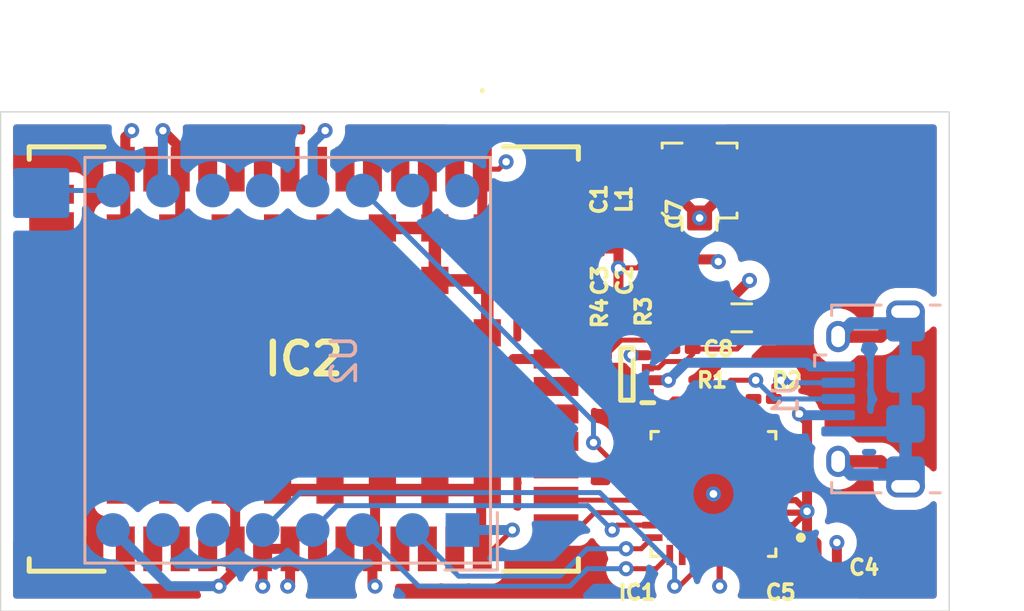
<source format=kicad_pcb>
(kicad_pcb (version 20241229) (generator "pcbnew") (generator_version "9.0")
  (layers (0 "F.Cu" signal) (4 "In1.Cu" signal) (6 "In2.Cu" signal) (2 "B.Cu" signal) (13 "F.Paste" user) (15 "B.Paste" user) (5 "F.SilkS" user "F.Silkscreen") (7 "B.SilkS" user "B.Silkscreen") (1 "F.Mask" user) (3 "B.Mask" user) (25 "Edge.Cuts" user))
  (net 0 "")
  (net 21 "+3.3V")
  (net 22 "GND")
  (net 25 "USB+")
  (net 26 "+5V")
  (net 69 "Net-(J1-D+)")
  (net 70 "Net-(J1-D-)")
  (net 71 "ANTFRM")
  (net 73 "USB-")
  (net 74 "GPSRX")
  (net 75 "GPSTX")
  (net 76 "SPI_MISO")
  (net 77 "SPI_MOSI")
  (net 78 "SPI_DIO0")
  (net 79 "SPI_NSS")
  (net 80 "SPI_SCK")
  (net 81 "ANT_BIAS")
  (net 82 "/ANTGPS")
  (net 83 "/ANTUM980")
  (net 84 "Net-(IC3-BST)")
  (net 85 "Net-(IC3-SW)")
  (net 87 "Net-(IC3-FB)")
  (footprint "Capacitor_SMD:C_0201_0603Metric_Pad0.64x0.40mm_HandSolder" (layer "F.Cu") (at 193.5675 65.5 180)
    (property "Reference" "C8" (at -1.4325 0 0) (layer "F.SilkS") (effects (font (size 0.6 0.6))))
    (property "Value" "0.1uF" (hide yes))
    (pad "1" smd roundrect (at -0.4075 0 180) (size 0.635 0.4) (layers "F.Cu" "F.Mask") (net 85 "Net-(IC3-SW)"))
    (pad "2" smd roundrect (at 0.4075 0 180) (size 0.635 0.4) (layers "F.Cu" "F.Mask") (net 84 "Net-(IC3-BST)"))
  )
  (footprint "Capacitor_SMD:C_0201_0603Metric_Pad0.64x0.40mm_HandSolder" (layer "F.Cu") (at 191 61.0675 90)
    (property "Reference" "C2" (at -1.6825 0.25 90) (layer "F.SilkS") (effects (font (size 0.6 0.6))))
    (property "Value" "100pF" (hide yes))
    (pad "1" smd roundrect (at -0.4075 0 90) (size 0.635 0.4) (layers "F.Cu" "F.Mask") (net 22 "GND"))
    (pad "2" smd roundrect (at 0.4075 0 90) (size 0.635 0.4) (layers "F.Cu" "F.Mask") (net 81 "ANT_BIAS"))
  )
  (footprint "Resistor_SMD:R_0201_0603Metric_Pad0.64x0.40mm_HandSolder" (layer "F.Cu") (at 192.75 64.1575 90)
    (property "Reference" "R3" (at 0.1575 -0.75 90) (layer "F.SilkS") (effects (font (size 0.6 0.6))))
    (property "Value" "100k" (hide yes))
    (pad "1" smd roundrect (at -0.4075 0 90) (size 0.635 0.4) (layers "F.Cu" "F.Mask") (net 87 "Net-(IC3-FB)"))
    (pad "2" smd roundrect (at 0.4075 0 90) (size 0.635 0.4) (layers "F.Cu" "F.Mask") (net 21 "+3.3V"))
  )
  (footprint "SamacSys_Parts:UM980" (layer "F.Cu") (at 178.395 65.9 180)
    (property "Reference" "IC2" (at 0 0 0) (layer "F.SilkS") (effects (font (size 1.27 1.27) (thickness 0.254))))
    (property "Value" "UM980" (hide yes))
    (fp_line (start 11 8.5) (end 11 8) (stroke (width 0.2)) (layer "F.SilkS"))
    (fp_line (start 11 -8.5) (end 11 -8) (stroke (width 0.2)) (layer "F.SilkS"))
    (fp_line (start 8 8.5) (end 11 8.5) (stroke (width 0.2)) (layer "F.SilkS"))
    (fp_line (start 8 -8.5) (end 11 -8.5) (stroke (width 0.2)) (layer "F.SilkS"))
    (fp_line (start -7.15 10.8) (end -7.15 10.8) (stroke (width 0.1)) (layer "F.SilkS"))
    (fp_line (start -7.15 10.7) (end -7.15 10.7) (stroke (width 0.1)) (layer "F.SilkS"))
    (fp_line (start -8 -8.5) (end -11 -8.5) (stroke (width 0.2)) (layer "F.SilkS"))
    (fp_line (start -11 8.5) (end -8 8.5) (stroke (width 0.2)) (layer "F.SilkS"))
    (fp_line (start -11 8) (end -11 8.5) (stroke (width 0.2)) (layer "F.SilkS"))
    (fp_line (start -11 -8.5) (end -11 -8) (stroke (width 0.2)) (layer "F.SilkS"))
    (fp_arc (start -7.15 10.8) (mid -7.2 10.75) (end -7.15 10.7) (stroke (width 0.1)) (layer "F.SilkS"))
    (fp_arc (start -7.15 10.7) (mid -7.1 10.75) (end -7.15 10.8) (stroke (width 0.1)) (layer "F.SilkS"))
    (pad "1" smd rect (at -7.15 7.605 180) (size 0.76 1.79) (layers "F.Cu" "F.Mask" "F.Paste") (net 22 "GND"))
    (pad "2" smd rect (at -6.05 7.605 180) (size 0.76 1.79) (layers "F.Cu" "F.Mask" "F.Paste") (net 83 "/ANTUM980"))
    (pad "3" smd rect (at -4.95 7.605 180) (size 0.76 1.79) (layers "F.Cu" "F.Mask" "F.Paste") (net 22 "GND"))
    (pad "4" smd rect (at -3.865 7.605 180) (size 0.73 1.79) (layers "F.Cu" "F.Mask" "F.Paste"))
    (pad "5" smd rect (at -2.75 7.605 180) (size 0.76 1.79) (layers "F.Cu" "F.Mask" "F.Paste"))
    (pad "6" smd rect (at -1.65 7.605 180) (size 0.76 1.79) (layers "F.Cu" "F.Mask" "F.Paste"))
    (pad "7" smd rect (at -0.55 7.605 180) (size 0.76 1.79) (layers "F.Cu" "F.Mask" "F.Paste"))
    (pad "8" smd rect (at 0.55 7.605 180) (size 0.76 1.79) (layers "F.Cu" "F.Mask" "F.Paste"))
    (pad "9" smd rect (at 1.635 7.605 180) (size 0.73 1.79) (layers "F.Cu" "F.Mask" "F.Paste"))
    (pad "10" smd rect (at 2.75 7.605 180) (size 0.76 1.79) (layers "F.Cu" "F.Mask" "F.Paste"))
    (pad "11" smd rect (at 3.85 7.605 180) (size 0.76 1.79) (layers "F.Cu" "F.Mask" "F.Paste"))
    (pad "12" smd rect (at 4.95 7.605 180) (size 0.76 1.79) (layers "F.Cu" "F.Mask" "F.Paste") (net 22 "GND"))
    (pad "13" smd rect (at 6.05 7.605 180) (size 0.76 1.79) (layers "F.Cu" "F.Mask" "F.Paste"))
    (pad "14" smd rect (at 7.15 7.605 180) (size 0.76 1.79) (layers "F.Cu" "F.Mask" "F.Paste") (net 22 "GND"))
    (pad "15" smd rect (at 10.105 6.6 270) (size 0.76 1.79) (layers "F.Cu" "F.Mask" "F.Paste"))
    (pad "16" smd rect (at 10.105 5.5 270) (size 0.76 1.79) (layers "F.Cu" "F.Mask" "F.Paste"))
    (pad "17" smd rect (at 10.105 4.4 270) (size 0.76 1.79) (layers "F.Cu" "F.Mask" "F.Paste"))
    (pad "18" smd rect (at 10.105 3.3 270) (size 0.76 1.79) (layers "F.Cu" "F.Mask" "F.Paste"))
    (pad "19" smd rect (at 10.105 2.2 270) (size 0.76 1.79) (layers "F.Cu" "F.Mask" "F.Paste"))
    (pad "20" smd rect (at 10.105 1.11 270) (size 0.78 1.79) (layers "F.Cu" "F.Mask" "F.Paste"))
    (pad "21" smd rect (at 10.105 0 270) (size 0.76 1.79) (layers "F.Cu" "F.Mask" "F.Paste"))
    (pad "22" smd rect (at 10.105 -1.1 270) (size 0.76 1.79) (layers "F.Cu" "F.Mask" "F.Paste"))
    (pad "23" smd rect (at 10.105 -2.2 270) (size 0.76 1.79) (layers "F.Cu" "F.Mask" "F.Paste"))
    (pad "24" smd rect (at 10.105 -3.3 270) (size 0.76 1.79) (layers "F.Cu" "F.Mask" "F.Paste"))
    (pad "25" smd rect (at 10.105 -4.4 270) (size 0.76 1.79) (layers "F.Cu" "F.Mask" "F.Paste"))
    (pad "26" smd rect (at 10.105 -5.5 270) (size 0.76 1.79) (layers "F.Cu" "F.Mask" "F.Paste"))
    (pad "27" smd rect (at 10.105 -6.6 270) (size 0.76 1.79) (layers "F.Cu" "F.Mask" "F.Paste"))
    (pad "28" smd rect (at 7.15 -7.605 180) (size 0.76 1.79) (layers "F.Cu" "F.Mask" "F.Paste"))
    (pad "29" smd rect (at 6.05 -7.605 180) (size 0.76 1.79) (layers "F.Cu" "F.Mask" "F.Paste"))
    (pad "30" smd rect (at 4.95 -7.605 180) (size 0.76 1.79) (layers "F.Cu" "F.Mask" "F.Paste"))
    (pad "31" smd rect (at 3.85 -7.605 180) (size 0.76 1.79) (layers "F.Cu" "F.Mask" "F.Paste"))
    (pad "32" smd rect (at 2.75 -7.605 180) (size 0.76 1.79) (layers "F.Cu" "F.Mask" "F.Paste") (net 22 "GND"))
    (pad "33" smd rect (at 1.65 -7.605 180) (size 0.76 1.79) (layers "F.Cu" "F.Mask" "F.Paste") (net 21 "+3.3V"))
    (pad "34" smd rect (at 0.55 -7.605 180) (size 0.76 1.79) (layers "F.Cu" "F.Mask" "F.Paste") (net 21 "+3.3V"))
    (pad "35" smd rect (at -0.55 -7.605 180) (size 0.76 1.79) (layers "F.Cu" "F.Mask" "F.Paste"))
    (pad "36" smd rect (at -1.65 -7.605 180) (size 0.76 1.79) (layers "F.Cu" "F.Mask" "F.Paste"))
    (pad "37" smd rect (at -2.75 -7.605 180) (size 0.76 1.79) (layers "F.Cu" "F.Mask" "F.Paste") (net 22 "GND"))
    (pad "38" smd rect (at -3.85 -7.605 180) (size 0.76 1.79) (layers "F.Cu" "F.Mask" "F.Paste"))
    (pad "39" smd rect (at -4.95 -7.605 180) (size 0.76 1.79) (layers "F.Cu" "F.Mask" "F.Paste"))
    (pad "40" smd rect (at -6.05 -7.605 180) (size 0.76 1.79) (layers "F.Cu" "F.Mask" "F.Paste"))
    (pad "41" smd rect (at -7.15 -7.605 180) (size 0.76 1.79) (layers "F.Cu" "F.Mask" "F.Paste") (net 22 "GND"))
    (pad "42" smd rect (at -10.105 -6.6 270) (size 0.76 1.79) (layers "F.Cu" "F.Mask" "F.Paste") (net 75 "GPSTX"))
    (pad "43" smd rect (at -10.105 -5.5 270) (size 0.76 1.79) (layers "F.Cu" "F.Mask" "F.Paste") (net 74 "GPSRX"))
    (pad "44" smd rect (at -10.105 -4.4 270) (size 0.76 1.79) (layers "F.Cu" "F.Mask" "F.Paste"))
    (pad "45" smd rect (at -10.105 -3.3 270) (size 0.76 1.79) (layers "F.Cu" "F.Mask" "F.Paste"))
    (pad "46" smd rect (at -10.105 -2.2 270) (size 0.76 1.79) (layers "F.Cu" "F.Mask" "F.Paste"))
    (pad "47" smd rect (at -10.105 -1.1 270) (size 0.76 1.79) (layers "F.Cu" "F.Mask" "F.Paste"))
    (pad "48" smd rect (at -10.105 0 270) (size 0.76 1.79) (layers "F.Cu" "F.Mask" "F.Paste") (net 22 "GND"))
    (pad "49" smd rect (at -10.105 1.1 270) (size 0.76 1.79) (layers "F.Cu" "F.Mask" "F.Paste"))
    (pad "50" smd rect (at -10.105 2.2 270) (size 0.76 1.79) (layers "F.Cu" "F.Mask" "F.Paste"))
    (pad "51" smd rect (at -10.105 3.3 270) (size 0.76 1.79) (layers "F.Cu" "F.Mask" "F.Paste"))
    (pad "52" smd rect (at -10.105 4.4 270) (size 0.76 1.79) (layers "F.Cu" "F.Mask" "F.Paste"))
    (pad "53" smd rect (at -10.105 5.5 270) (size 0.76 1.79) (layers "F.Cu" "F.Mask" "F.Paste"))
    (pad "54" smd rect (at -10.105 6.6 270) (size 0.76 1.79) (layers "F.Cu" "F.Mask" "F.Paste"))
    (pad "55" smd rect (at -7.35 5.25 270) (size 1.09 1.09) (layers "F.Cu" "F.Mask" "F.Paste") (net 22 "GND"))
    (pad "56" smd rect (at -5.25 5.25 270) (size 1.09 1.09) (layers "F.Cu" "F.Mask" "F.Paste") (net 22 "GND"))
    (pad "57" smd rect (at -3.15 5.25 270) (size 1.09 1.09) (layers "F.Cu" "F.Mask" "F.Paste") (net 22 "GND"))
    (pad "58" smd rect (at -1.05 5.25 270) (size 1.09 1.09) (layers "F.Cu" "F.Mask" "F.Paste") (net 22 "GND"))
    (pad "59" smd rect (at 1.05 5.25 270) (size 1.09 1.09) (layers "F.Cu" "F.Mask" "F.Paste") (net 22 "GND"))
    (pad "60" smd rect (at 3.15 5.25 270) (size 1.09 1.09) (layers "F.Cu" "F.Mask" "F.Paste") (net 22 "GND"))
    (pad "61" smd rect (at 5.25 5.25 270) (size 1.09 1.09) (layers "F.Cu" "F.Mask" "F.Paste") (net 22 "GND"))
    (pad "62" smd rect (at 7.35 5.25 270) (size 1.09 1.09) (layers "F.Cu" "F.Mask" "F.Paste") (net 22 "GND"))
    (pad "63" smd rect (at -7.35 3.15 270) (size 1.09 1.09) (layers "F.Cu" "F.Mask" "F.Paste") (net 22 "GND"))
    (pad "64" smd rect (at -5.25 3.15 270) (size 1.09 1.09) (layers "F.Cu" "F.Mask" "F.Paste") (net 22 "GND"))
    (pad "65" smd rect (at -3.15 3.15 270) (size 1.09 1.09) (layers "F.Cu" "F.Mask" "F.Paste") (net 22 "GND"))
    (pad "66" smd rect (at -1.05 3.15 270) (size 1.09 1.09) (layers "F.Cu" "F.Mask" "F.Paste") (net 22 "GND"))
    (pad "67" smd rect (at 1.05 3.15 270) (size 1.09 1.09) (layers "F.Cu" "F.Mask" "F.Paste") (net 22 "GND"))
    (pad "68" smd rect (at 3.15 3.15 270) (size 1.09 1.09) (layers "F.Cu" "F.Mask" "F.Paste") (net 22 "GND"))
    (pad "69" smd rect (at 5.25 3.15 270) (size 1.09 1.09) (layers "F.Cu" "F.Mask" "F.Paste") (net 22 "GND"))
    (pad "70" smd rect (at 7.35 3.15 270) (size 1.09 1.09) (layers "F.Cu" "F.Mask" "F.Paste") (net 22 "GND"))
    (pad "71" smd rect (at -7.35 1.05 270) (size 1.09 1.09) (layers "F.Cu" "F.Mask" "F.Paste") (net 22 "GND"))
    (pad "72" smd rect (at -5.25 1.05 270) (size 1.09 1.09) (layers "F.Cu" "F.Mask" "F.Paste") (net 22 "GND"))
    (pad "73" smd rect (at -3.15 1.05 270) (size 1.09 1.09) (layers "F.Cu" "F.Mask" "F.Paste") (net 22 "GND"))
    (pad "74" smd rect (at -1.05 1.05 270) (size 1.09 1.09) (layers "F.Cu" "F.Mask" "F.Paste") (net 22 "GND"))
    (pad "75" smd rect (at 1.05 1.05 270) (size 1.09 1.09) (layers "F.Cu" "F.Mask" "F.Paste") (net 22 "GND"))
    (pad "76" smd rect (at 3.15 1.05 270) (size 1.09 1.09) (layers "F.Cu" "F.Mask" "F.Paste") (net 22 "GND"))
    (pad "77" smd rect (at 5.25 1.05 270) (size 1.09 1.09) (layers "F.Cu" "F.Mask" "F.Paste") (net 22 "GND"))
    (pad "78" smd rect (at 7.35 1.05 270) (size 1.09 1.09) (layers "F.Cu" "F.Mask" "F.Paste") (net 22 "GND"))
    (pad "79" smd rect (at -7.35 -1.05 270) (size 1.09 1.09) (layers "F.Cu" "F.Mask" "F.Paste") (net 22 "GND"))
    (pad "80" smd rect (at -5.25 -1.05 270) (size 1.09 1.09) (layers "F.Cu" "F.Mask" "F.Paste") (net 22 "GND"))
    (pad "81" smd rect (at -3.15 -1.05 270) (size 1.09 1.09) (layers "F.Cu" "F.Mask" "F.Paste") (net 22 "GND"))
    (pad "82" smd rect (at -1.05 -1.05 270) (size 1.09 1.09) (layers "F.Cu" "F.Mask" "F.Paste") (net 22 "GND"))
    (pad "83" smd rect (at 1.05 -1.05 270) (size 1.09 1.09) (layers "F.Cu" "F.Mask" "F.Paste") (net 22 "GND"))
    (pad "84" smd rect (at 3.15 -1.05 270) (size 1.09 1.09) (layers "F.Cu" "F.Mask" "F.Paste") (net 22 "GND"))
    (pad "85" smd rect (at 5.25 -1.05 270) (size 1.09 1.09) (layers "F.Cu" "F.Mask" "F.Paste") (net 22 "GND"))
    (pad "86" smd rect (at 7.35 -1.05 270) (size 1.09 1.09) (layers "F.Cu" "F.Mask" "F.Paste") (net 22 "GND"))
    (pad "87" smd rect (at -7.35 -3.15 270) (size 1.09 1.09) (layers "F.Cu" "F.Mask" "F.Paste") (net 22 "GND"))
    (pad "88" smd rect (at -5.25 -3.15 270) (size 1.09 1.09) (layers "F.Cu" "F.Mask" "F.Paste") (net 22 "GND"))
    (pad "89" smd rect (at -3.15 -3.15 270) (size 1.09 1.09) (layers "F.Cu" "F.Mask" "F.Paste") (net 22 "GND"))
    (pad "90" smd rect (at -1.05 -3.15 270) (size 1.09 1.09) (layers "F.Cu" "F.Mask" "F.Paste") (net 22 "GND"))
    (pad "91" smd rect (at 1.05 -3.15 270) (size 1.09 1.09) (layers "F.Cu" "F.Mask" "F.Paste") (net 22 "GND"))
    (pad "92" smd rect (at 3.15 -3.15 270) (size 1.09 1.09) (layers "F.Cu" "F.Mask" "F.Paste") (net 22 "GND"))
    (pad "93" smd rect (at 5.25 -3.15 270) (size 1.09 1.09) (layers "F.Cu" "F.Mask" "F.Paste") (net 22 "GND"))
    (pad "94" smd rect (at 7.35 -3.15 270) (size 1.09 1.09) (layers "F.Cu" "F.Mask" "F.Paste") (net 22 "GND"))
    (pad "95" smd rect (at -7.35 -5.25 270) (size 1.09 1.09) (layers "F.Cu" "F.Mask" "F.Paste") (net 22 "GND"))
    (pad "96" smd rect (at -5.25 -5.25 270) (size 1.09 1.09) (layers "F.Cu" "F.Mask" "F.Paste") (net 22 "GND"))
    (pad "97" smd rect (at -3.15 -5.25 270) (size 1.09 1.09) (layers "F.Cu" "F.Mask" "F.Paste") (net 22 "GND"))
    (pad "98" smd rect (at -1.05 -5.25 270) (size 1.09 1.09) (layers "F.Cu" "F.Mask" "F.Paste") (net 22 "GND"))
    (pad "99" smd rect (at 1.05 -5.25 270) (size 1.09 1.09) (layers "F.Cu" "F.Mask" "F.Paste") (net 22 "GND"))
    (pad "100" smd rect (at 3.15 -5.25 270) (size 1.09 1.09) (layers "F.Cu" "F.Mask" "F.Paste") (net 22 "GND"))
    (pad "101" smd rect (at 5.25 -5.25 270) (size 1.09 1.09) (layers "F.Cu" "F.Mask" "F.Paste") (net 22 "GND"))
    (pad "102" smd rect (at 7.35 -5.25 270) (size 1.09 1.09) (layers "F.Cu" "F.Mask" "F.Paste") (net 22 "GND"))
  )
  (footprint "Capacitor_SMD:C_0201_0603Metric_Pad0.64x0.40mm_HandSolder" (layer "F.Cu") (at 194 62.3175 -90)
    (property "Reference" "C6" (hide yes))
    (property "Value" "22uF" (hide yes))
    (pad "1" smd roundrect (at -0.4075 0 270) (size 0.635 0.4) (layers "F.Cu" "F.Mask") (net 22 "GND"))
    (pad "2" smd roundrect (at 0.4075 0 270) (size 0.635 0.4) (layers "F.Cu" "F.Mask") (net 21 "+3.3V"))
  )
  (footprint "Capacitor_SMD:C_0201_0603Metric_Pad0.64x0.40mm_HandSolder" (layer "F.Cu") (at 190.25 57.8175 -90)
    (property "Reference" "C1" (at 1.6825 0.025 90) (layer "F.SilkS") (effects (font (size 0.6 0.6))))
    (property "Value" "100pF" (hide yes))
    (pad "1" smd roundrect (at -0.4075 0 270) (size 0.635 0.4) (layers "F.Cu" "F.Mask") (net 83 "/ANTUM980"))
    (pad "2" smd roundrect (at 0.4075 0 270) (size 0.635 0.4) (layers "F.Cu" "F.Mask") (net 82 "/ANTGPS"))
  )
  (footprint "Capacitor_SMD:C_0201_0603Metric_Pad0.64x0.40mm_HandSolder" (layer "F.Cu") (at 192.75 62.3425 -90)
    (property "Reference" "C7" (at -2.25 -0.5 90) (layer "F.SilkS") (effects (font (size 0.6 0.6))))
    (property "Value" "0.1uF" (hide yes))
    (pad "1" smd roundrect (at -0.4075 0 270) (size 0.635 0.4) (layers "F.Cu" "F.Mask") (net 22 "GND"))
    (pad "2" smd roundrect (at 0.4075 0 270) (size 0.635 0.4) (layers "F.Cu" "F.Mask") (net 21 "+3.3V"))
  )
  (footprint "Capacitor_SMD:C_0201_0603Metric_Pad0.64x0.40mm_HandSolder" (layer "F.Cu") (at 190.25 61.0675 90)
    (property "Reference" "C3" (at -1.6825 0 90) (layer "F.SilkS") (effects (font (size 0.6 0.6))))
    (property "Value" "100nF" (hide yes))
    (pad "1" smd roundrect (at -0.4075 0 90) (size 0.635 0.4) (layers "F.Cu" "F.Mask") (net 22 "GND"))
    (pad "2" smd roundrect (at 0.4075 0 90) (size 0.635 0.4) (layers "F.Cu" "F.Mask") (net 81 "ANT_BIAS"))
  )
  (footprint "footprints:QFN50P500X500X90-33N" (layer "F.Cu") (at 194.805 71.305 180)
    (property "Reference" "IC1" (at 3.055 -3.945 0) (layer "F.SilkS") (effects (font (size 0.6 0.6))))
    (property "Value" "ESP32-C6FH4" (hide yes))
    (fp_line (start 2.5 2.5) (end 2.5 2.2) (stroke (width 0.127)) (layer "F.SilkS"))
    (fp_line (start 2.5 2.5) (end 2.2 2.5) (stroke (width 0.127)) (layer "F.SilkS"))
    (fp_line (start 2.5 -2.5) (end 2.5 -2.2) (stroke (width 0.127)) (layer "F.SilkS"))
    (fp_line (start 2.5 -2.5) (end 2.2 -2.5) (stroke (width 0.127)) (layer "F.SilkS"))
    (fp_line (start -2.5 2.5) (end -2.2 2.5) (stroke (width 0.127)) (layer "F.SilkS"))
    (fp_line (start -2.5 2.5) (end -2.5 2.2) (stroke (width 0.127)) (layer "F.SilkS"))
    (fp_line (start -2.5 -2.5) (end -2.2 -2.5) (stroke (width 0.127)) (layer "F.SilkS"))
    (fp_line (start -2.5 -2.5) (end -2.5 -2.2) (stroke (width 0.127)) (layer "F.SilkS"))
    (fp_circle (center -3.5 -1.75) (end -3.4 -1.75) (stroke (width 0.2)) (fill no) (layer "F.SilkS"))
    (pad "1" smd rect (at -2.445 -1.75 180) (size 0.81 0.27) (layers "F.Cu" "F.Paste"))
    (pad "2" smd rect (at -2.445 -1.25 180) (size 0.81 0.27) (layers "F.Cu" "F.Paste") (net 21 "+3.3V"))
    (pad "3" smd rect (at -2.445 -0.75 180) (size 0.81 0.27) (layers "F.Cu" "F.Paste") (net 21 "+3.3V"))
    (pad "4" smd rect (at -2.445 -0.25 180) (size 0.81 0.27) (layers "F.Cu" "F.Paste") (net 21 "+3.3V"))
    (pad "5" smd rect (at -2.445 0.25 180) (size 0.81 0.27) (layers "F.Cu" "F.Paste"))
    (pad "6" smd rect (at -2.445 0.75 180) (size 0.81 0.27) (layers "F.Cu" "F.Paste"))
    (pad "7" smd rect (at -2.445 1.25 180) (size 0.81 0.27) (layers "F.Cu" "F.Paste"))
    (pad "8" smd rect (at -2.445 1.75 180) (size 0.81 0.27) (layers "F.Cu" "F.Paste"))
    (pad "9" smd rect (at -1.75 2.445 180) (size 0.27 0.81) (layers "F.Cu" "F.Paste"))
    (pad "10" smd rect (at -1.25 2.445 180) (size 0.27 0.81) (layers "F.Cu" "F.Paste"))
    (pad "11" smd rect (at -0.75 2.445 180) (size 0.27 0.81) (layers "F.Cu" "F.Paste"))
    (pad "12" smd rect (at -0.25 2.445 180) (size 0.27 0.81) (layers "F.Cu" "F.Paste"))
    (pad "13" smd rect (at 0.25 2.445 180) (size 0.27 0.81) (layers "F.Cu" "F.Paste"))
    (pad "14" smd rect (at 0.75 2.445 180) (size 0.27 0.81) (layers "F.Cu" "F.Paste"))
    (pad "15" smd rect (at 1.25 2.445 180) (size 0.27 0.81) (layers "F.Cu" "F.Paste"))
    (pad "16" smd rect (at 1.75 2.445 180) (size 0.27 0.81) (layers "F.Cu" "F.Paste") (net 73 "USB-"))
    (pad "17" smd rect (at 2.445 1.75 180) (size 0.81 0.27) (layers "F.Cu" "F.Paste") (net 25 "USB+"))
    (pad "18" smd rect (at 2.445 1.25 180) (size 0.81 0.27) (layers "F.Cu" "F.Paste"))
    (pad "19" smd rect (at 2.445 0.75 180) (size 0.81 0.27) (layers "F.Cu" "F.Paste"))
    (pad "20" smd rect (at 2.445 0.25 180) (size 0.81 0.27) (layers "F.Cu" "F.Paste") (net 78 "SPI_DIO0"))
    (pad "21" smd rect (at 2.445 -0.25 180) (size 0.81 0.27) (layers "F.Cu" "F.Paste") (net 74 "GPSRX"))
    (pad "22" smd rect (at 2.445 -0.75 180) (size 0.81 0.27) (layers "F.Cu" "F.Paste") (net 75 "GPSTX"))
    (pad "23" smd rect (at 2.445 -1.25 180) (size 0.81 0.27) (layers "F.Cu" "F.Paste") (net 80 "SPI_SCK"))
    (pad "24" smd rect (at 2.445 -1.75 180) (size 0.81 0.27) (layers "F.Cu" "F.Paste") (net 76 "SPI_MISO"))
    (pad "25" smd rect (at 1.75 -2.445 180) (size 0.27 0.81) (layers "F.Cu" "F.Paste") (net 77 "SPI_MOSI"))
    (pad "26" smd rect (at 1.25 -2.445 180) (size 0.27 0.81) (layers "F.Cu" "F.Paste"))
    (pad "27" smd rect (at 0.75 -2.445 180) (size 0.27 0.81) (layers "F.Cu" "F.Paste") (net 79 "SPI_NSS"))
    (pad "28" smd rect (at 0.25 -2.445 180) (size 0.27 0.81) (layers "F.Cu" "F.Paste"))
    (pad "29" smd rect (at -0.25 -2.445 180) (size 0.27 0.81) (layers "F.Cu" "F.Paste") (net 21 "+3.3V"))
    (pad "30" smd rect (at -0.75 -2.445 180) (size 0.27 0.81) (layers "F.Cu" "F.Paste"))
    (pad "31" smd rect (at -1.25 -2.445 180) (size 0.27 0.81) (layers "F.Cu" "F.Paste"))
    (pad "32" smd rect (at -1.75 -2.445 180) (size 0.27 0.81) (layers "F.Cu" "F.Paste") (net 21 "+3.3V"))
    (pad "33" smd rect (at 0 0 180) (size 3.7 3.7) (layers "F.Cu") (net 22 "GND"))
  )
  (footprint "Resistor_SMD:R_0201_0603Metric_Pad0.64x0.40mm_HandSolder" (layer "F.Cu") (at 195 67.5 180)
    (property "Reference" "R1" (at 0.25 0.75 180) (layer "F.SilkS") (effects (font (size 0.6 0.6))))
    (property "Value" "R22" (hide yes))
    (pad "1" smd roundrect (at -0.4075 0 180) (size 0.635 0.4) (layers "F.Cu" "F.Mask") (net 69 "Net-(J1-D+)"))
    (pad "2" smd roundrect (at 0.4075 0 180) (size 0.635 0.4) (layers "F.Cu" "F.Mask") (net 25 "USB+"))
  )
  (footprint "Inductor_SMD:L_0201_0603Metric" (layer "F.Cu") (at 191.25 57.655 90)
    (property "Reference" "L1" (at -1.845 -0.025 90) (layer "F.SilkS") (effects (font (size 0.6 0.6))))
    (property "Value" "68nH" (hide yes))
    (pad "1" smd roundrect (at -0.32 0 90) (size 0.46 0.4) (layers "F.Cu" "F.Mask") (net 81 "ANT_BIAS"))
    (pad "2" smd roundrect (at 0.32 0 90) (size 0.46 0.4) (layers "F.Cu" "F.Mask") (net 82 "/ANTGPS"))
  )
  (footprint "SamacSys_Parts:SOTFL50P160X60-8N" (layer "F.Cu") (at 191.338 66.5 180)
    (property "Reference" "IC3" (hide yes))
    (property "Value" "MP2338GTL-P" (hide yes))
    (fp_line (start 0.25 1.05) (end -0.25 1.05) (stroke (width 0.2)) (layer "F.SilkS"))
    (fp_line (start 0.25 -1.05) (end 0.25 1.05) (stroke (width 0.2)) (layer "F.SilkS"))
    (fp_line (start -0.25 1.05) (end -0.25 -1.05) (stroke (width 0.2)) (layer "F.SilkS"))
    (fp_line (start -0.25 -1.05) (end 0.25 -1.05) (stroke (width 0.2)) (layer "F.SilkS"))
    (fp_line (start -1.075 -1.15) (end -0.6 -1.15) (stroke (width 0.2)) (layer "F.SilkS"))
    (pad "1" smd rect (at -0.838 -0.75 270) (size 0.3 0.475) (layers "F.Cu" "F.Mask" "F.Paste"))
    (pad "2" smd rect (at -0.838 -0.25 270) (size 0.3 0.475) (layers "F.Cu" "F.Mask" "F.Paste") (net 26 "+5V"))
    (pad "3" smd rect (at -0.838 0.25 270) (size 0.3 0.475) (layers "F.Cu" "F.Mask" "F.Paste") (net 85 "Net-(IC3-SW)"))
    (pad "4" smd rect (at -0.838 0.75 270) (size 0.3 0.475) (layers "F.Cu" "F.Mask" "F.Paste") (net 22 "GND"))
    (pad "5" smd rect (at 0.838 0.75 270) (size 0.3 0.475) (layers "F.Cu" "F.Mask" "F.Paste") (net 84 "Net-(IC3-BST)"))
    (pad "6" smd rect (at 0.838 0.25 270) (size 0.3 0.475) (layers "F.Cu" "F.Mask" "F.Paste") (net 26 "+5V"))
    (pad "7" smd rect (at 0.838 -0.25 270) (size 0.3 0.475) (layers "F.Cu" "F.Mask" "F.Paste"))
    (pad "8" smd rect (at 0.838 -0.75 270) (size 0.3 0.475) (layers "F.Cu" "F.Mask" "F.Paste") (net 87 "Net-(IC3-FB)"))
  )
  (footprint "Connector_Coaxial:U.FL_Molex_MCRF_73412-0110_Vertical" (layer "F.Cu") (at 194.25 58.75 180)
    (property "Reference" "AE2" (hide yes))
    (property "Value" "Antenna_Shield" (hide yes))
    (fp_line (start 1.5 1.5) (end 0.7 1.5) (stroke (width 0.12)) (layer "F.SilkS"))
    (fp_line (start 1.5 1.3) (end 1.5 1.5) (stroke (width 0.12)) (layer "F.SilkS"))
    (fp_line (start 1.3 -1.5) (end 1.5 -1.3) (stroke (width 0.12)) (layer "F.SilkS"))
    (fp_line (start 0.7 -1.5) (end 1.3 -1.5) (stroke (width 0.12)) (layer "F.SilkS"))
    (fp_line (start 0.7 -1.5) (end 0.7 -2) (stroke (width 0.12)) (layer "F.SilkS"))
    (fp_line (start -0.7 1.5) (end -1.5 1.5) (stroke (width 0.12)) (layer "F.SilkS"))
    (fp_line (start -0.7 -1.5) (end -0.7 -2) (stroke (width 0.12)) (layer "F.SilkS"))
    (fp_line (start -1.5 1.5) (end -1.5 1.3) (stroke (width 0.12)) (layer "F.SilkS"))
    (fp_line (start -1.5 -1.3) (end -1.5 -1.5) (stroke (width 0.12)) (layer "F.SilkS"))
    (fp_line (start -1.5 -1.5) (end -0.7 -1.5) (stroke (width 0.12)) (layer "F.SilkS"))
    (pad "1" smd roundrect (at 0 1.5) (size 1 1) (layers "F.Cu" "F.Mask" "F.Paste") (roundrect_rratio 0.1) (net 82 "/ANTGPS"))
    (pad "2" smd roundrect (at -1.475 0) (size 1.05 2.2) (layers "F.Cu" "F.Mask" "F.Paste") (roundrect_rratio 0.1) (net 22 "GND"))
    (pad "2" smd roundrect (at 0 -1.5) (size 1 1) (layers "F.Cu" "F.Mask" "F.Paste") (roundrect_rratio 0.1) (net 22 "GND"))
    (pad "2" smd roundrect (at 1.475 0) (size 1.05 2.2) (layers "F.Cu" "F.Mask" "F.Paste") (roundrect_rratio 0.1) (net 22 "GND"))
  )
  (footprint "Resistor_SMD:R_0201_0603Metric_Pad0.64x0.40mm_HandSolder" (layer "F.Cu") (at 196.8175 67.5 180)
    (property "Reference" "R2" (at -0.9325 0.75 0) (layer "F.SilkS") (effects (font (size 0.6 0.6))))
    (property "Value" "R22" (hide yes))
    (pad "1" smd roundrect (at -0.4075 0 180) (size 0.635 0.4) (layers "F.Cu" "F.Mask") (net 70 "Net-(J1-D-)"))
    (pad "2" smd roundrect (at 0.4075 0 180) (size 0.635 0.4) (layers "F.Cu" "F.Mask") (net 73 "USB-"))
  )
  (footprint "Inductor_SMD:L_0805_2012Metric" (layer "F.Cu") (at 195.9375 64.25)
    (property "Reference" "L2" (hide yes))
    (property "Value" "2.2 µH" (hide yes))
    (fp_line (start -0.399622 -0.56) (end 0.399622 -0.56) (stroke (width 0.12)) (layer "F.SilkS"))
    (fp_line (start -0.399622 0.56) (end 0.399622 0.56) (stroke (width 0.12)) (layer "F.SilkS"))
    (pad "1" smd roundrect (at -1.0625 0) (size 0.875 1.2) (layers "F.Cu" "F.Mask" "F.Paste") (net 21 "+3.3V"))
    (pad "2" smd roundrect (at 1.0625 0) (size 0.875 1.2) (layers "F.Cu" "F.Mask" "F.Paste") (net 85 "Net-(IC3-SW)"))
  )
  (footprint "Resistor_SMD:R_0201_0603Metric_Pad0.64x0.40mm_HandSolder" (layer "F.Cu") (at 191 64.1575 90)
    (property "Reference" "R4" (at 0.0925 -0.75 90) (layer "F.SilkS") (effects (font (size 0.6 0.6))))
    (property "Value" "56k" (hide yes))
    (pad "1" smd roundrect (at -0.4075 0 90) (size 0.635 0.4) (layers "F.Cu" "F.Mask") (net 87 "Net-(IC3-FB)"))
    (pad "2" smd roundrect (at 0.4075 0 90) (size 0.635 0.4) (layers "F.Cu" "F.Mask") (net 22 "GND"))
  )
  (footprint "Capacitor_SMD:C_0201_0603Metric_Pad0.64x0.40mm_HandSolder" (layer "F.Cu") (at 199.3425 75 180)
    (property "Reference" "C5" (at 1.8425 -0.25 0) (layer "F.SilkS") (effects (font (size 0.6 0.6))))
    (property "Value" "100nF" (hide yes))
    (pad "1" smd roundrect (at -0.4075 0 180) (size 0.635 0.4) (layers "F.Cu" "F.Mask") (net 22 "GND"))
    (pad "2" smd roundrect (at 0.4075 0 180) (size 0.635 0.4) (layers "F.Cu" "F.Mask") (net 21 "+3.3V"))
  )
  (footprint "Capacitor_SMD:C_0201_0603Metric_Pad0.64x0.40mm_HandSolder" (layer "F.Cu") (at 199.3425 74.25 180)
    (property "Reference" "C4" (at -1.5 0 0) (layer "F.SilkS") (effects (font (size 0.6 0.6))))
    (property "Value" "100pF" (hide yes))
    (pad "1" smd roundrect (at -0.4075 0 180) (size 0.635 0.4) (layers "F.Cu" "F.Mask") (net 22 "GND"))
    (pad "2" smd roundrect (at 0.4075 0 180) (size 0.635 0.4) (layers "F.Cu" "F.Mask") (net 21 "+3.3V"))
  )
  (footprint "JOE Library:HOPERF_RFM9XW_THT_ikke_through" (layer "B.Cu") (at 184.75 72.75 90)
    (property "Reference" "U2" (at 6.8 -4.75 90) (layer "B.SilkS") (effects (justify mirror)))
    (property "Value" "RFM69HCW")
    (fp_line (start 14.925 -15.125) (end -1.325 -15.125) (stroke (width 0.12)) (layer "B.SilkS"))
    (fp_line (start -1.325 -15.125) (end -1.325 1.125) (stroke (width 0.12)) (layer "B.SilkS"))
    (fp_line (start -1.6 -0.7) (end -1.6 1.4) (stroke (width 0.12)) (layer "B.SilkS"))
    (fp_line (start 14.925 1.125) (end 14.925 -15.125) (stroke (width 0.12)) (layer "B.SilkS"))
    (fp_line (start -1.325 1.125) (end 14.925 1.125) (stroke (width 0.12)) (layer "B.SilkS"))
    (fp_line (start -1.6 1.4) (end 0.7 1.4) (stroke (width 0.12)) (layer "B.SilkS"))
    (pad "1" smd rect (at 0 0 90) (size 1.35 1.35) (layers "B.Cu" "B.Mask" "B.Paste") (net 22 "GND"))
    (pad "2" smd circle (at 0 -2 90) (size 1.35 1.35) (layers "B.Cu" "B.Mask" "B.Paste") (net 76 "SPI_MISO"))
    (pad "3" smd circle (at 0 -4 90) (size 1.35 1.35) (layers "B.Cu" "B.Mask" "B.Paste") (net 77 "SPI_MOSI"))
    (pad "4" smd circle (at 0 -6 90) (size 1.35 1.35) (layers "B.Cu" "B.Mask" "B.Paste") (net 80 "SPI_SCK"))
    (pad "5" smd circle (at 0 -8 90) (size 1.35 1.35) (layers "B.Cu" "B.Mask" "B.Paste") (net 79 "SPI_NSS"))
    (pad "6" smd circle (at 0 -10 90) (size 1.35 1.35) (layers "B.Cu" "B.Mask" "B.Paste"))
    (pad "7" smd circle (at 0 -12 90) (size 1.35 1.35) (layers "B.Cu" "B.Mask" "B.Paste"))
    (pad "8" smd circle (at 0 -14 90) (size 1.35 1.35) (layers "B.Cu" "B.Mask" "B.Paste") (net 22 "GND"))
    (pad "9" smd circle (at 13.6 -14 90) (size 1.35 1.35) (layers "B.Cu" "B.Mask" "B.Paste") (net 71 "ANTFRM"))
    (pad "10" smd circle (at 13.6 -12 90) (size 1.35 1.35) (layers "B.Cu" "B.Mask" "B.Paste") (net 22 "GND"))
    (pad "11" smd circle (at 13.6 -10 90) (size 1.35 1.35) (layers "B.Cu" "B.Mask" "B.Paste"))
    (pad "12" smd circle (at 13.6 -8 90) (size 1.35 1.35) (layers "B.Cu" "B.Mask" "B.Paste"))
    (pad "13" smd circle (at 13.6 -6 90) (size 1.35 1.35) (layers "B.Cu" "B.Mask" "B.Paste") (net 21 "+3.3V"))
    (pad "14" smd circle (at 13.6 -4 90) (size 1.35 1.35) (layers "B.Cu" "B.Mask" "B.Paste") (net 78 "SPI_DIO0"))
    (pad "15" smd circle (at 13.6 -2 90) (size 1.35 1.35) (layers "B.Cu" "B.Mask" "B.Paste"))
    (pad "16" smd circle (at 13.6 0 90) (size 1.35 1.35) (layers "B.Cu" "B.Mask" "B.Paste"))
  )
  (footprint "Connector_USB:USB_Micro-B_Amphenol_10118194-0001LF_Horizontal" (layer "B.Cu") (at 201.2 67.5 -90)
    (property "Reference" "J1" (at 0 3.5 90) (layer "B.SilkS") (effects (justify mirror)))
    (property "Value" "USB_B_Micro")
    (fp_line (start -1.31 2.34) (end -1.76 2.34) (stroke (width 0.12)) (layer "B.SilkS"))
    (fp_line (start -1.76 1.89) (end -1.76 2.34) (stroke (width 0.12)) (layer "B.SilkS"))
    (fp_line (start -3.76 1.66) (end -3.34 1.66) (stroke (width 0.12)) (layer "B.SilkS"))
    (fp_line (start 3.76 1.66) (end 3.34 1.66) (stroke (width 0.12)) (layer "B.SilkS"))
    (fp_line (start -3.76 -0.32) (end -3.76 1.66) (stroke (width 0.12)) (layer "B.SilkS"))
    (fp_line (start 3.76 -0.32) (end 3.76 1.66) (stroke (width 0.12)) (layer "B.SilkS"))
    (fp_line (start 3.76 -2.29) (end 3.76 -2.69) (stroke (width 0.12)) (layer "B.SilkS"))
    (fp_line (start -3.76 -2.69) (end -3.76 -2.29) (stroke (width 0.12)) (layer "B.SilkS"))
    (pad "1" smd roundrect (at -1.3 1.4 270) (size 0.4 1.35) (layers "B.Cu" "B.Mask" "B.Paste") (net 26 "+5V"))
    (pad "2" smd roundrect (at -0.65 1.4 270) (size 0.4 1.35) (layers "B.Cu" "B.Mask" "B.Paste") (net 70 "Net-(J1-D-)"))
    (pad "3" smd roundrect (at 0 1.4 270) (size 0.4 1.35) (layers "B.Cu" "B.Mask" "B.Paste") (net 69 "Net-(J1-D+)"))
    (pad "4" smd roundrect (at 0.65 1.4 270) (size 0.4 1.35) (layers "B.Cu" "B.Mask" "B.Paste") (net 21 "+3.3V"))
    (pad "5" smd roundrect (at 1.3 1.4 270) (size 0.4 1.35) (layers "B.Cu" "B.Mask" "B.Paste") (net 22 "GND"))
    (pad "6" thru_hole oval (at -3.5 -1.3 270) (size 0.89 1.55) (drill oval 0.5 1.15) (property pad_prop_heatsink) (layers "*.Cu" "*.Mask") (net 22 "GND"))
    (pad "6" smd roundrect (at -3.025 -1.3 270) (size 1.45 1.55) (layers "B.Cu" "B.Mask" "B.Paste") (roundrect_rratio 0.1724137931) (net 22 "GND"))
    (pad "6" thru_hole oval (at -2.5 1.4 270) (size 1.25 0.95) (drill oval 0.85 0.55) (property pad_prop_heatsink) (layers "*.Cu" "*.Mask") (net 22 "GND"))
    (pad "6" smd roundrect (at -1 -1.3 270) (size 1.5 1.55) (layers "B.Cu" "B.Mask" "B.Paste") (roundrect_rratio 0.1666666667) (net 22 "GND"))
    (pad "6" smd roundrect (at 1 -1.3 270) (size 1.5 1.55) (layers "B.Cu" "B.Mask" "B.Paste") (roundrect_rratio 0.1666666667) (net 22 "GND"))
    (pad "6" thru_hole oval (at 2.5 1.4 270) (size 1.25 0.95) (drill oval 0.85 0.55) (property pad_prop_heatsink) (layers "*.Cu" "*.Mask") (net 22 "GND"))
    (pad "6" smd roundrect (at 3.025 -1.3 270) (size 1.45 1.55) (layers "B.Cu" "B.Mask" "B.Paste") (roundrect_rratio 0.1724137931) (net 22 "GND"))
    (pad "6" thru_hole oval (at 3.5 -1.3 270) (size 0.89 1.55) (drill oval 0.5 1.15) (property pad_prop_heatsink) (layers "*.Cu" "*.Mask") (net 22 "GND"))
  )
  (gr_rect (start 166.25 56) (end 204.25 76) (stroke (width 0.05)) (fill no) (layer "Edge.Cuts"))
  (segment (start 194.875 63.6) (end 194 62.725) (width 0.4) (layer "F.Cu") (net 21))
  (segment (start 198.555 72.892) (end 197.697 73.75) (width 0.25) (layer "F.Cu") (net 21))
  (segment (start 198.935 73.272) (end 198.935 74.25) (width 0.4) (layer "F.Cu") (net 21))
  (segment (start 198.935 75) (end 198.935 74.25) (width 0.4) (layer "F.Cu") (net 21))
  (segment (start 198.555 72) (end 198.555 68.405) (width 0.4) (layer "F.Cu") (net 21))
  (segment (start 192.75 62.75) (end 192.75 63.75) (width 0.4) (layer "F.Cu") (net 21))
  (segment (start 197.697 73.75) (end 196.555 73.75) (width 0.25) (layer "F.Cu") (net 21))
  (segment (start 194.875 64.125) (end 196.25 62.75) (width 0.4) (layer "F.Cu") (net 21))
  (segment (start 198.555 72) (end 198 72.555) (width 0.25) (layer "F.Cu") (net 21))
  (segment (start 194.875 64.25) (end 194.875 64.125) (width 0.4) (layer "F.Cu") (net 21))
  (segment (start 194.875 64.25) (end 194.875 63.6) (width 0.4) (layer "F.Cu") (net 21))
  (segment (start 197.25 71.555) (end 197.25 72.555) (width 0.4) (layer "F.Cu") (net 21))
  (segment (start 197.25 71.555) (end 198.11 71.555) (width 0.25) (layer "F.Cu") (net 21))
  (segment (start 194 62.725) (end 192.775 62.725) (width 0.4) (layer "F.Cu") (net 21))
  (segment (start 192.775 62.725) (end 192.75 62.75) (width 0.4) (layer "F.Cu") (net 21))
  (segment (start 198 72.555) (end 197.25 72.555) (width 0.25) (layer "F.Cu") (net 21))
  (segment (start 197.25 72.055) (end 198.5 72.055) (width 0.25) (layer "F.Cu") (net 21))
  (segment (start 195.055 73.75) (end 195.055 75) (width 0.25) (layer "F.Cu") (net 21))
  (segment (start 198.11 71.555) (end 198.555 72) (width 0.25) (layer "F.Cu") (net 21))
  (segment (start 177.845 74.905) (end 177.75 75) (width 0.4) (layer "F.Cu") (net 21))
  (segment (start 176.745 73.505) (end 177.845 73.505) (width 0.4) (layer "F.Cu") (net 21))
  (segment (start 176.745 74.801) (end 176.745 73.505) (width 0.4) (layer "F.Cu") (net 21))
  (segment (start 198.555 68.405) (end 198.25 68.1) (width 0.4) (layer "F.Cu") (net 21))
  (segment (start 198.555 72.892) (end 198.935 73.272) (width 0.4) (layer "F.Cu") (net 21))
  (segment (start 177.845 73.505) (end 177.845 74.905) (width 0.4) (layer "F.Cu") (net 21))
  (segment (start 198.5 72.055) (end 198.555 72) (width 0.4) (layer "F.Cu") (net 21))
  (segment (start 198.555 72) (end 198.555 72.892) (width 0.4) (layer "F.Cu") (net 21))
  (via (at 195.055 75) (size 0.6) (drill 0.3) (layers "F.Cu" "B.Cu") (net 21))
  (via (at 179.25 56.75) (size 0.6) (drill 0.3) (layers "F.Cu" "B.Cu") (net 21))
  (via (at 196.25 62.75) (size 0.6) (drill 0.3) (layers "F.Cu" "B.Cu") (net 21))
  (via (at 176.75 75) (size 0.6) (drill 0.3) (layers "F.Cu" "B.Cu") (net 21))
  (via (at 198.25 68.1) (size 0.6) (drill 0.3) (layers "F.Cu" "B.Cu") (net 21))
  (via (at 198.555 72) (size 0.6) (drill 0.3) (layers "F.Cu" "B.Cu") (net 21))
  (via (at 177.75 75) (size 0.6) (drill 0.3) (layers "F.Cu" "B.Cu") (net 21))
  (segment (start 179.25 56.75) (end 178.75 57.25) (width 0.4) (layer "B.Cu") (net 21))
  (segment (start 178.75 57.25) (end 178.75 59.15) (width 0.4) (layer "B.Cu") (net 21))
  (segment (start 198.3 68.15) (end 198.25 68.1) (width 0.4) (layer "B.Cu") (net 21))
  (segment (start 199.8 68.15) (end 198.3 68.15) (width 0.4) (layer "B.Cu") (net 21))
  (segment (start 183.345 60.6) (end 183.395 60.65) (width 0.4) (layer "F.Cu") (net 22))
  (segment (start 201.5 70) (end 202.5 71) (width 0.5) (layer "F.Cu") (net 22))
  (segment (start 194.25 60.225) (end 195.725 58.75) (width 0.4) (layer "F.Cu") (net 22))
  (segment (start 193.975 61.935) (end 194 61.91) (width 0.2) (layer "F.Cu") (net 22))
  (segment (start 194 61.91) (end 194.91 61.91) (width 0.4) (layer "F.Cu") (net 22))
  (segment (start 185.995 73.505) (end 186.75 72.75) (width 0.2) (layer "F.Cu") (net 22))
  (segment (start 191 62.25) (end 191.75 62.25) (width 0.2) (layer "F.Cu") (net 22))
  (segment (start 185.545 60.2) (end 185.745 60.4) (width 0.4) (layer "F.Cu") (net 22))
  (segment (start 175.395 71.55) (end 174.995 71.15) (width 0.2) (layer "F.Cu") (net 22))
  (segment (start 173.445 58.295) (end 173.445 60.1) (width 0.4) (layer "F.Cu") (net 22))
  (segment (start 181.25 71.195) (end 181.295 71.15) (width 0.2) (layer "F.Cu") (net 22))
  (segment (start 185.295 58.295) (end 186.205 58.295) (width 0.2) (layer "F.Cu") (net 22))
  (segment (start 185.545 58.545) (end 185.545 60.2) (width 0.4) (layer "F.Cu") (net 22))
  (segment (start 183.345 58.295) (end 183.345 60.6) (width 0.4) (layer "F.Cu") (net 22))
  (segment (start 194.91 61.91) (end 195 62) (width 0.2) (layer "F.Cu") (net 22))
  (segment (start 171.245 60.2) (end 170.795 60.65) (width 0.2) (layer "F.Cu") (net 22))
  (segment (start 199.8 65) (end 201.5 65) (width 0.5) (layer "F.Cu") (net 22))
  (segment (start 191 62.25) (end 191 61.475) (width 0.4) (layer "F.Cu") (net 22))
  (segment (start 171.5 56.75) (end 171.245 57.005) (width 0.4) (layer "F.Cu") (net 22))
  (segment (start 191 62.25) (end 191 63.75) (width 0.4) (layer "F.Cu") (net 22))
  (segment (start 191.514824 65.75) (end 192.176 65.75) (width 0.4) (layer "F.Cu") (net 22))
  (segment (start 201.5 65) (end 202.5 64) (width 0.5) (layer "F.Cu") (net 22))
  (segment (start 191.75 62.25) (end 192.065 61.935) (width 0.2) (layer "F.Cu") (net 22))
  (segment (start 185.5 71.155) (end 185.495 71.15) (width 0.2) (layer "F.Cu") (net 22))
  (segment (start 181.25 73.15) (end 181.25 71.195) (width 0.4) (layer "F.Cu") (net 22))
  (segment (start 173.445 58.295) (end 173.445 57.445) (width 0.4) (layer "F.Cu") (net 22))
  (segment (start 175.645 71.8) (end 175.645 74.355) (width 0.4) (layer "F.Cu") (net 22))
  (segment (start 191.50863 65.743806) (end 191.514824 65.75) (width 0.2) (layer "F.Cu") (net 22))
  (segment (start 175.645 74.355) (end 175 75) (width 0.4) (layer "F.Cu") (net 22))
  (segment (start 181.25 75) (end 181.145 74.895) (width 0.4) (layer "F.Cu") (net 22))
  (segment (start 199.75 75) (end 199.75 73.25) (width 0.4) (layer "F.Cu") (net 22))
  (segment (start 173.445 57.445) (end 172.75 56.75) (width 0.4) (layer "F.Cu") (net 22))
  (segment (start 194.25 60.25) (end 194.25 60.225) (width 0.2) (layer "F.Cu") (net 22))
  (segment (start 192.775 58.75) (end 194.25 60.225) (width 0.4) (layer "F.Cu") (net 22))
  (segment (start 185.745 66.95) (end 185.495 66.95) (width 0.2) (layer "F.Cu") (net 22))
  (segment (start 185.5 73.505) (end 185.5 71.155) (width 0.4) (layer "F.Cu") (net 22))
  (segment (start 188.25 65.9) (end 186.795 65.9) (width 0.4) (layer "F.Cu") (net 22))
  (segment (start 199.8 70) (end 201.5 70) (width 0.5) (layer "F.Cu") (net 22))
  (segment (start 186.205 58.295) (end 186.5 58) (width 0.2) (layer "F.Cu") (net 22))
  (segment (start 190.25 61.475) (end 191 61.475) (width 0.4) (layer "F.Cu") (net 22))
  (segment (start 192.065 61.935) (end 192.75 61.935) (width 0.2) (layer "F.Cu") (net 22))
  (segment (start 185.745 60.4) (end 185.745 60.65) (width 0.4) (layer "F.Cu") (net 22))
  (segment (start 185.545 73.505) (end 185.995 73.505) (width 0.2) (layer "F.Cu") (net 22))
  (segment (start 171.245 57.005) (end 171.245 60.2) (width 0.4) (layer "F.Cu") (net 22))
  (segment (start 173.445 60.1) (end 172.895 60.65) (width 0.2) (layer "F.Cu") (net 22))
  (segment (start 186.795 65.9) (end 185.745 66.95) (width 0.4) (layer "F.Cu") (net 22))
  (segment (start 175.395 71.55) (end 175.645 71.8) (width 0.4) (layer "F.Cu") (net 22))
  (segment (start 192.75 61.935) (end 193.975 61.935) (width 0.4) (layer "F.Cu") (net 22))
  (segment (start 181.145 74.895) (end 181.145 73.755) (width 0.4) (layer "F.Cu") (net 22))
  (via (at 195 62) (size 0.6) (drill 0.3) (layers "F.Cu" "B.Cu") (net 22))
  (via (at 194.25 60.25) (size 0.6) (drill 0.3) (layers "F.Cu" "B.Cu") (net 22))
  (via (at 186.5 58) (size 0.6) (drill 0.3) (layers "F.Cu" "B.Cu") (net 22))
  (via (at 191 62.25) (size 0.6) (drill 0.3) (layers "F.Cu" "B.Cu") (net 22))
  (via (at 181.25 75) (size 0.6) (drill 0.3) (layers "F.Cu" "B.Cu") (net 22))
  (via (at 199.75 73.25) (size 0.6) (drill 0.3) (layers "F.Cu" "B.Cu") (net 22))
  (via (at 172.75 56.75) (size 0.6) (drill 0.3) (layers "F.Cu" "B.Cu") (net 22))
  (via (at 175 75) (size 0.6) (drill 0.3) (layers "F.Cu" "B.Cu") (net 22))
  (via (at 191.50863 65.743806) (size 0.6) (drill 0.3) (layers "F.Cu" "B.Cu") (net 22))
  (via (at 171.5 56.75) (size 0.6) (drill 0.3) (layers "F.Cu" "B.Cu") (net 22))
  (via (at 186.75 72.75) (size 0.6) (drill 0.3) (layers "F.Cu" "B.Cu") (net 22))
  (via (at 194.805 71.305) (size 0.6) (drill 0.3) (layers "F.Cu" "B.Cu") (net 22))
  (via (at 194.805 71.305) (size 0.6) (drill 0.3) (layers "F.Cu" "B.Cu") (net 22))
  (segment (start 202.5 70.525) (end 200.325 70.525) (width 0.5) (layer "B.Cu") (net 22))
  (segment (start 170.75 72.75) (end 173 75) (width 0.4) (layer "B.Cu") (net 22))
  (segment (start 202.5 64.475) (end 200.325 64.475) (width 0.5) (layer "B.Cu") (net 22))
  (segment (start 172.75 56.75) (end 172.75 59.15) (width 0.4) (layer "B.Cu") (net 22))
  (segment (start 202.2 68.8) (end 199.8 68.8) (width 0.4) (layer "B.Cu") (net 22))
  (segment (start 173 75) (end 175 75) (width 0.4) (layer "B.Cu") (net 22))
  (segment (start 186.75 72.75) (end 184.75 72.75) (width 0.4) (layer "B.Cu") (net 22))
  (segment (start 200.325 70.525) (end 199.8 70) (width 0.5) (layer "B.Cu") (net 22))
  (segment (start 202.5 64.475) (end 202.5 70.525) (width 0.5) (layer "B.Cu") (net 22))
  (segment (start 202.5 68.5) (end 202.2 68.8) (width 0.2) (layer "B.Cu") (net 22))
  (segment (start 200.325 64.475) (end 199.8 65) (width 0.5) (layer "B.Cu") (net 22))
  (segment (start 202.75 66.5) (end 202.45 66.8) (width 0.2) (layer "B.Cu") (net 22))
  (segment (start 192.36 69.555) (end 192.09 69.555) (width 0.2) (layer "F.Cu") (net 25))
  (segment (start 192.36 68.3459) (end 193.2059 67.5) (width 0.2) (layer "F.Cu") (net 25))
  (segment (start 193.2059 67.5) (end 194.5925 67.5) (width 0.2) (layer "F.Cu") (net 25))
  (segment (start 192.36 69.555) (end 192.36 68.3459) (width 0.2) (layer "F.Cu") (net 25))
  (segment (start 191.1865 66.25) (end 191.6865 66.75) (width 0.4) (layer "F.Cu") (net 26))
  (segment (start 191.6865 66.75) (end 192.176 66.75) (width 0.4) (layer "F.Cu") (net 26))
  (segment (start 192.176 66.75) (end 193 66.75) (width 0.4) (layer "F.Cu") (net 26))
  (segment (start 190.5 66.25) (end 191.1865 66.25) (width 0.4) (layer "F.Cu") (net 26))
  (via (at 193 66.75) (size 0.6) (drill 0.3) (layers "F.Cu" "B.Cu") (net 26))
  (segment (start 193 66.75) (end 193.701 66.049) (width 0.4) (layer "B.Cu") (net 26))
  (segment (start 198.7 66.2) (end 199.8 66.2) (width 0.4) (layer "B.Cu") (net 26))
  (segment (start 193.701 66.049) (end 198.549 66.049) (width 0.4) (layer "B.Cu") (net 26))
  (segment (start 198.549 66.049) (end 198.7 66.2) (width 0.4) (layer "B.Cu") (net 26))
  (segment (start 195.5 66.75) (end 195.4075 66.8425) (width 0.2) (layer "F.Cu") (net 69))
  (segment (start 196.5 66.75) (end 195.5 66.75) (width 0.2) (layer "F.Cu") (net 69))
  (segment (start 195.4075 66.8425) (end 195.4075 67.5) (width 0.2) (layer "F.Cu") (net 69))
  (via (at 196.5 66.75) (size 0.6) (drill 0.3) (layers "F.Cu" "B.Cu") (net 69))
  (segment (start 197.25 67.5) (end 199.8 67.5) (width 0.2) (layer "B.Cu") (net 69))
  (segment (start 196.5 66.75) (end 197.25 67.5) (width 0.2) (layer "B.Cu") (net 69))
  (segment (start 197.225 66.975) (end 197.225 67.5) (width 0.2) (layer "F.Cu") (net 70))
  (segment (start 197.5 66.75) (end 197.45 66.75) (width 0.2) (layer "F.Cu") (net 70))
  (segment (start 197.45 66.75) (end 197.225 66.975) (width 0.2) (layer "F.Cu") (net 70))
  (via (at 197.5 66.75) (size 0.6) (drill 0.3) (layers "F.Cu" "B.Cu") (net 70))
  (segment (start 197.5 66.75) (end 197.75 66.75) (width 0.2) (layer "B.Cu") (net 70))
  (segment (start 197.85 66.85) (end 199.8 66.85) (width 0.2) (layer "B.Cu") (net 70))
  (segment (start 197.75 66.75) (end 197.85 66.85) (width 0.2) (layer "B.Cu") (net 70))
  (segment (start 170.75 59.15) (end 168.15 59.15) (width 0.2) (layer "B.Cu") (net 71))
  (segment (start 196.41 67.75) (end 196.41 67.5) (width 0.2) (layer "F.Cu") (net 73))
  (segment (start 196.16 68) (end 196.41 67.75) (width 0.2) (layer "F.Cu") (net 73))
  (segment (start 193.055 68.86) (end 193.055 68.218) (width 0.2) (layer "F.Cu") (net 73))
  (segment (start 193.055 68.218) (end 193.273 68) (width 0.2) (layer "F.Cu") (net 73))
  (segment (start 193.273 68) (end 196.16 68) (width 0.2) (layer "F.Cu") (net 73))
  (segment (start 188.25 71.4) (end 188.405 71.555) (width 0.2) (layer "F.Cu") (net 74))
  (segment (start 188.655 71.555) (end 192.36 71.555) (width 0.2) (layer "F.Cu") (net 74))
  (segment (start 192.296 71.491) (end 192.36 71.555) (width 0.2) (layer "F.Cu") (net 74))
  (segment (start 188.5 71.4) (end 188.655 71.555) (width 0.2) (layer "F.Cu") (net 74))
  (segment (start 188.5 72.5) (end 189.595 72.5) (width 0.2) (layer "F.Cu") (net 75))
  (segment (start 189.595 72.5) (end 190.04 72.055) (width 0.2) (layer "F.Cu") (net 75))
  (segment (start 190.04 72.055) (end 192.36 72.055) (width 0.2) (layer "F.Cu") (net 75))
  (segment (start 191.305 73.5) (end 191.915 73.5) (width 0.2) (layer "F.Cu") (net 76))
  (segment (start 191.915 73.5) (end 192.36 73.055) (width 0.2) (layer "F.Cu") (net 76))
  (via (at 191.305 73.5) (size 0.6) (drill 0.3) (layers "F.Cu" "B.Cu") (net 76))
  (segment (start 184.601 74.601) (end 182.75 72.75) (width 0.2) (layer "B.Cu") (net 76))
  (segment (start 188.649 74.601) (end 184.601 74.601) (width 0.2) (layer "B.Cu") (net 76))
  (segment (start 188.649 74.601) (end 189.75 73.5) (width 0.2) (layer "B.Cu") (net 76))
  (segment (start 189.75 73.5) (end 191.305 73.5) (width 0.2) (layer "B.Cu") (net 76))
  (segment (start 192.504997 74.300003) (end 193.055 73.75) (width 0.2) (layer "F.Cu") (net 77))
  (segment (start 191.305 74.300003) (end 192.504997 74.300003) (width 0.2) (layer "F.Cu") (net 77))
  (via (at 191.305 74.300003) (size 0.6) (drill 0.3) (layers "F.Cu" "B.Cu") (net 77))
  (segment (start 183.002 75.002) (end 180.75 72.75) (width 0.2) (layer "B.Cu") (net 77))
  (segment (start 189.75 74.300003) (end 189.048003 75.002) (width 0.2) (layer "B.Cu") (net 77))
  (segment (start 189.75 74.300003) (end 191.305 74.300003) (width 0.2) (layer "B.Cu") (net 77))
  (segment (start 189.048003 75.002) (end 183.002 75.002) (width 0.2) (layer "B.Cu") (net 77))
  (segment (start 190 69.25) (end 191.805 71.055) (width 0.2) (layer "F.Cu") (net 78))
  (segment (start 191.805 71.055) (end 192.36 71.055) (width 0.2) (layer "F.Cu") (net 78))
  (via (at 190 69.25) (size 0.6) (drill 0.3) (layers "F.Cu" "B.Cu") (net 78))
  (segment (start 180.75 59.15) (end 190 68.4) (width 0.2) (layer "B.Cu") (net 78))
  (segment (start 190 68.4) (end 190 69.25) (width 0.2) (layer "B.Cu") (net 78))
  (segment (start 193.447 75) (end 193.25 75) (width 0.2) (layer "F.Cu") (net 79))
  (segment (start 194.055 74.392) (end 193.447 75) (width 0.2) (layer "F.Cu") (net 79))
  (segment (start 194.055 73.75) (end 194.055 74.392) (width 0.2) (layer "F.Cu") (net 79))
  (via (at 193.25 75) (size 0.6) (drill 0.3) (layers "F.Cu" "B.Cu") (net 79))
  (segment (start 193.25 75) (end 193.25 74.25) (width 0.2) (layer "B.Cu") (net 79))
  (segment (start 178.25 71.25) (end 176.75 72.75) (width 0.2) (layer "B.Cu") (net 79))
  (segment (start 190.25 71.25) (end 178.25 71.25) (width 0.2) (layer "B.Cu") (net 79))
  (segment (start 193.25 74.25) (end 190.25 71.25) (width 0.2) (layer "B.Cu") (net 79))
  (segment (start 190.945 72.555) (end 190.75 72.75) (width 0.2) (layer "F.Cu") (net 80))
  (segment (start 192.36 72.555) (end 190.945 72.555) (width 0.2) (layer "F.Cu") (net 80))
  (via (at 190.75 72.75) (size 0.6) (drill 0.3) (layers "F.Cu" "B.Cu") (net 80))
  (segment (start 190.75 72.75) (end 189.774 71.774) (width 0.2) (layer "B.Cu") (net 80))
  (segment (start 189.774 71.774) (end 179.726 71.774) (width 0.2) (layer "B.Cu") (net 80))
  (segment (start 179.726 71.774) (end 178.75 72.75) (width 0.2) (layer "B.Cu") (net 80))
  (segment (start 191.25 57.975) (end 191.25 60.41) (width 0.2) (layer "F.Cu") (net 81))
  (segment (start 191.25 60.41) (end 191 60.66) (width 0.2) (layer "F.Cu") (net 81))
  (segment (start 191 60.66) (end 190.25 60.66) (width 0.2) (layer "F.Cu") (net 81))
  (segment (start 194.25 57.25) (end 191.335 57.25) (width 0.2) (layer "F.Cu") (net 82))
  (segment (start 191.09013 57.335) (end 191.25 57.335) (width 0.2) (layer "F.Cu") (net 82))
  (segment (start 190.25 58.225) (end 190.32237 58.225) (width 0.2) (layer "F.Cu") (net 82))
  (segment (start 191.335 57.25) (end 191.25 57.335) (width 0.2) (layer "F.Cu") (net 82))
  (segment (start 190.749 57.79837) (end 190.749 57.67613) (width 0.2) (layer "F.Cu") (net 82))
  (segment (start 190.749 57.67613) (end 191.09013 57.335) (width 0.2) (layer "F.Cu") (net 82))
  (segment (start 190.32237 58.225) (end 190.749 57.79837) (width 0.2) (layer "F.Cu") (net 82))
  (segment (start 184.195 58.295) (end 184.195 57.518) (width 0.2) (layer "F.Cu") (net 83))
  (segment (start 184.195 57.518) (end 184.614 57.099) (width 0.2) (layer "F.Cu") (net 83))
  (segment (start 189.939 57.099) (end 190.25 57.41) (width 0.2) (layer "F.Cu") (net 83))
  (segment (start 184.614 57.099) (end 189.939 57.099) (width 0.2) (layer "F.Cu") (net 83))
  (segment (start 191.107194 65.142806) (end 190.5 65.75) (width 0.2) (layer "F.Cu") (net 84))
  (segment (start 192.802806 65.142806) (end 191.107194 65.142806) (width 0.2) (layer "F.Cu") (net 84))
  (segment (start 193.16 65.5) (end 192.802806 65.142806) (width 0.2) (layer "F.Cu") (net 84))
  (segment (start 192.8625 66.001) (end 192.6135 66.25) (width 0.2) (layer "F.Cu") (net 85))
  (segment (start 195.75 65.5) (end 197 64.25) (width 0.2) (layer "F.Cu") (net 85))
  (segment (start 193.975 65.5) (end 195.75 65.5) (width 0.2) (layer "F.Cu") (net 85))
  (segment (start 193.975 65.699999) (end 193.673999 66.001) (width 0.2) (layer "F.Cu") (net 85))
  (segment (start 193.975 65.5) (end 193.975 65.699999) (width 0.2) (layer "F.Cu") (net 85))
  (segment (start 192.6135 66.25) (end 192.176 66.25) (width 0.2) (layer "F.Cu") (net 85))
  (segment (start 193.673999 66.001) (end 192.8625 66.001) (width 0.2) (layer "F.Cu") (net 85))
  (segment (start 191 64.5) (end 192.685 64.5) (width 0.2) (layer "F.Cu") (net 87))
  (segment (start 190.5 67.25) (end 190.0105 67.25) (width 0.2) (layer "F.Cu") (net 87))
  (segment (start 192.685 64.5) (end 192.75 64.565) (width 0.2) (layer "F.Cu") (net 87))
  (segment (start 190.0105 67.25) (end 189.9615 67.201) (width 0.2) (layer "F.Cu") (net 87))
  (segment (start 190.25 64.5) (end 191 64.5) (width 0.2) (layer "F.Cu") (net 87))
  (segment (start 189.9615 67.201) (end 189.9615 64.7885) (width 0.2) (layer "F.Cu") (net 87))
  (segment (start 189.9615 64.7885) (end 190.25 64.5) (width 0.2) (layer "F.Cu") (net 87))
  (zone (net 0) (net_name "") (layer "F.Cu") (connect_pads (clearance 0.5)) (min_thickness 0.25) (fill yes (thermal_gap 0.5) (thermal_bridge_width 0.5) (island_removal_mode 1) (island_area_min 10))
    (polygon (pts (xy 204.25 76) (xy 204.25 56) (xy 166.25 56) (xy 166.25 76)))
  )
  (zone (net 22) (net_name "GND") (layer "F.Cu") (priority 4) (connect_pads (clearance 0.5)) (min_thickness 0.25) (fill yes (thermal_gap 0.5) (thermal_bridge_width 0.5))
    (polygon (pts (xy 170.25 60) (xy 186 60) (xy 186 71.75) (xy 170.25 71.75)))
  )
  (zone (net 0) (net_name "") (layer "B.Cu") (priority 3) (connect_pads (clearance 0.5)) (min_thickness 0.25) (fill yes (thermal_gap 0.5) (thermal_bridge_width 0.5) (island_removal_mode 1) (island_area_min 10))
    (polygon (pts (xy 204.25 56) (xy 166.25 56) (xy 166.25 76) (xy 204.25 76)))
  )
  (zone (net 71) (net_name "ANTFRM") (layer "B.Cu") (priority 6) (connect_pads (clearance 0.5)) (min_thickness 0.25) (fill yes (thermal_gap 0.5) (thermal_bridge_width 0.5))
    (polygon (pts (xy 169 58.25) (xy 166.5 58.25) (xy 166.5 60.25) (xy 169 60.25)))
  )
)
</source>
